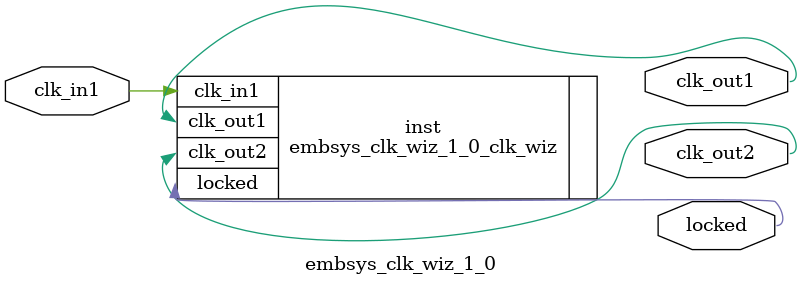
<source format=v>


`timescale 1ps/1ps

(* CORE_GENERATION_INFO = "embsys_clk_wiz_1_0,clk_wiz_v6_0_6_0_0,{component_name=embsys_clk_wiz_1_0,use_phase_alignment=true,use_min_o_jitter=false,use_max_i_jitter=false,use_dyn_phase_shift=false,use_inclk_switchover=false,use_dyn_reconfig=false,enable_axi=0,feedback_source=FDBK_AUTO,PRIMITIVE=MMCM,num_out_clk=2,clkin1_period=10.000,clkin2_period=10.000,use_power_down=false,use_reset=false,use_locked=true,use_inclk_stopped=false,feedback_type=SINGLE,CLOCK_MGR_TYPE=NA,manual_override=false}" *)

module embsys_clk_wiz_1_0 
 (
  // Clock out ports
  output        clk_out1,
  output        clk_out2,
  // Status and control signals
  output        locked,
 // Clock in ports
  input         clk_in1
 );

  embsys_clk_wiz_1_0_clk_wiz inst
  (
  // Clock out ports  
  .clk_out1(clk_out1),
  .clk_out2(clk_out2),
  // Status and control signals               
  .locked(locked),
 // Clock in ports
  .clk_in1(clk_in1)
  );

endmodule

</source>
